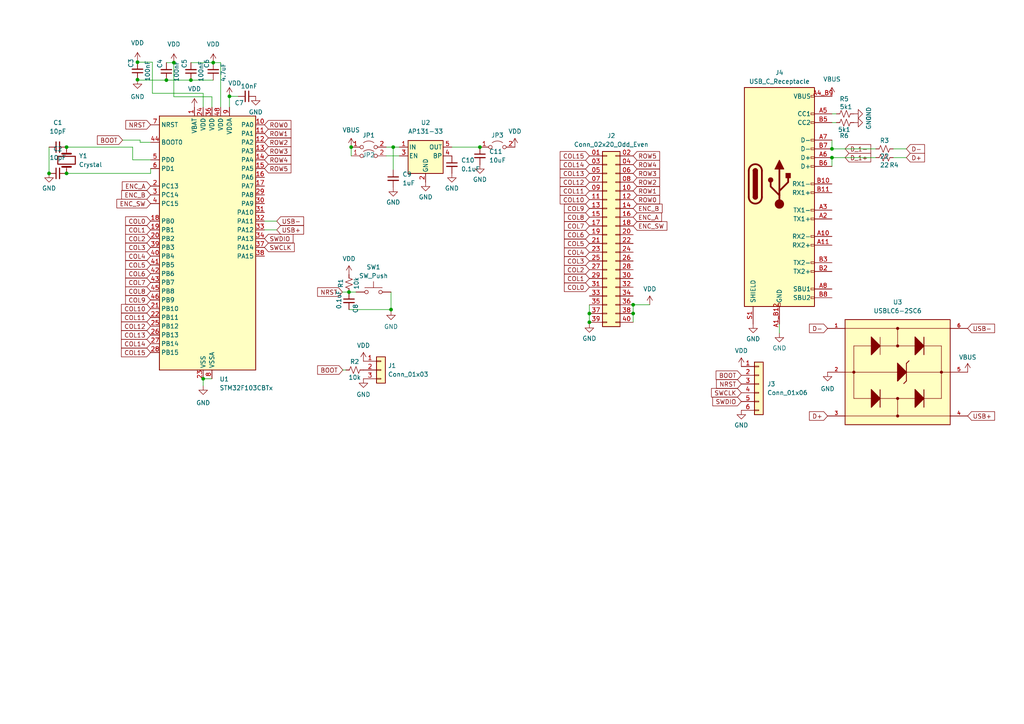
<source format=kicad_sch>
(kicad_sch (version 20250114) (generator "eeschema") (generator_version "9.0")
  (paper "A4")
  (lib_symbols
    (symbol "Connector:USB_C_Receptacle" (pin_names (offset 1.016))
      (property "Reference" "J2" (at 0 32.258 0))
      (property "Value" "USB_C_Receptacle" (at 0 29.718 0))
      (symbol "USB_C_Receptacle_0_0"
        (rectangle (start -0.254 -35.56) (end 0.254 -34.544))
        (rectangle (start 10.16 25.654) (end 9.144 25.146))
        (rectangle (start 10.16 20.574) (end 9.144 20.066))
        (rectangle (start 10.16 18.034) (end 9.144 17.526))
        (rectangle (start 10.16 12.954) (end 9.144 12.446))
        (rectangle (start 10.16 10.414) (end 9.144 9.906))
        (rectangle (start 10.16 7.874) (end 9.144 7.366))
        (rectangle (start 10.16 5.334) (end 9.144 4.826))
        (rectangle (start 10.16 0.254) (end 9.144 -0.254))
        (rectangle (start 10.16 -2.286) (end 9.144 -2.794))
        (rectangle (start 10.16 -7.366) (end 9.144 -7.874))
        (rectangle (start 10.16 -9.906) (end 9.144 -10.414))
        (rectangle (start 10.16 -14.986) (end 9.144 -15.494))
        (rectangle (start 10.16 -17.526) (end 9.144 -18.034))
        (rectangle (start 10.16 -22.606) (end 9.144 -23.114))
        (rectangle (start 10.16 -25.146) (end 9.144 -25.654))
        (rectangle (start 10.16 -30.226) (end 9.144 -30.734))
        (rectangle (start 10.16 -32.766) (end 9.144 -33.274))
      )
      (symbol "USB_C_Receptacle_0_1"
        (rectangle (start -10.16 27.94) (end 10.16 -35.56) (stroke (width 0.254)) (fill (type background)))
        (polyline (pts (xy -8.89 -3.81) (xy -8.89 3.81)) (stroke (width 0.508)))
        (rectangle (start -7.62 -3.81) (end -6.35 3.81) (stroke (width 0.254)) (fill (type outline)))
        (arc (start -7.62 3.81) (mid -6.985 4.4423) (end -6.35 3.81) (stroke (width 0.254)))
        (arc (start -7.62 3.81) (mid -6.985 4.4423) (end -6.35 3.81) (stroke (width 0.254)) (fill (type outline)))
        (arc (start -8.89 3.81) (mid -6.985 5.7067) (end -5.08 3.81) (stroke (width 0.508)))
        (arc (start -5.08 -3.81) (mid -6.985 -5.7067) (end -8.89 -3.81) (stroke (width 0.508)))
        (arc (start -6.35 -3.81) (mid -6.985 -4.4423) (end -7.62 -3.81) (stroke (width 0.254)))
        (arc (start -6.35 -3.81) (mid -6.985 -4.4423) (end -7.62 -3.81) (stroke (width 0.254)) (fill (type outline)))
        (polyline (pts (xy -5.08 3.81) (xy -5.08 -3.81)) (stroke (width 0.508)))
      )
      (symbol "USB_C_Receptacle_1_1"
        (circle (center -2.54 1.143) (radius 0.635) (stroke (width 0.254)) (fill (type outline)))
        (polyline (pts (xy -1.27 4.318) (xy 0 6.858) (xy 1.27 4.318) (xy -1.27 4.318)) (stroke (width 0.254)) (fill (type outline)))
        (polyline (pts (xy 0 -2.032) (xy 2.54 0.508) (xy 2.54 1.778)) (stroke (width 0.508)))
        (polyline (pts (xy 0 -3.302) (xy -2.54 -0.762) (xy -2.54 0.508)) (stroke (width 0.508)))
        (polyline (pts (xy 0 -5.842) (xy 0 4.318)) (stroke (width 0.508)))
        (circle (center 0 -5.842) (radius 1.27) (fill (type outline)))
        (rectangle (start 1.905 1.778) (end 3.175 3.048) (stroke (width 0.254)) (fill (type outline)))
        (pin passive line (at -7.62 -40.64 90) (length 5.08) (name "SHIELD") (number "S1"))
        (pin passive line (at 0 -40.64 90) (length 5.08) (name "GND") (number "A1_B12"))
        (pin passive line (at 0 -40.64 90) (length 5.08) (hide yes) (name "GND") (number "B1_A12"))
        (pin passive line (at 14.986 23.368 180) (length 5.08) (hide yes) (name "VBUS") (number "A9"))
        (pin passive line (at 15.24 27.686 180) (length 5.08) (hide yes) (name "VBUS") (number "B4"))
        (pin passive line (at 15.24 25.4 180) (length 5.08) (name "VBUS") (number "A4_B9"))
        (pin passive line (at 15.24 25.4 180) (length 5.08) (hide yes) (name "VBUS") (number "B4_A9"))
        (pin bidirectional line (at 15.24 20.32 180) (length 5.08) (name "CC1") (number "A5"))
        (pin bidirectional line (at 15.24 17.78 180) (length 5.08) (name "CC2") (number "B5"))
        (pin bidirectional line (at 15.24 12.7 180) (length 5.08) (name "D-") (number "A7"))
        (pin bidirectional line (at 15.24 10.16 180) (length 5.08) (name "D-") (number "B7"))
        (pin bidirectional line (at 15.24 7.62 180) (length 5.08) (name "D+") (number "A6"))
        (pin bidirectional line (at 15.24 5.08 180) (length 5.08) (name "D+") (number "B6"))
        (pin bidirectional line (at 15.24 0 180) (length 5.08) (name "RX1-") (number "B10"))
        (pin bidirectional line (at 15.24 -2.54 180) (length 5.08) (name "RX1+") (number "B11"))
        (pin bidirectional line (at 15.24 -7.62 180) (length 5.08) (name "TX1-") (number "A3"))
        (pin bidirectional line (at 15.24 -10.16 180) (length 5.08) (name "TX1+") (number "A2"))
        (pin bidirectional line (at 15.24 -15.24 180) (length 5.08) (name "RX2-") (number "A10"))
        (pin bidirectional line (at 15.24 -17.78 180) (length 5.08) (name "RX2+") (number "A11"))
        (pin bidirectional line (at 15.24 -22.86 180) (length 5.08) (name "TX2-") (number "B3"))
        (pin bidirectional line (at 15.24 -25.4 180) (length 5.08) (name "TX2+") (number "B2"))
        (pin bidirectional line (at 15.24 -30.48 180) (length 5.08) (name "SBU1") (number "A8"))
        (pin bidirectional line (at 15.24 -33.02 180) (length 5.08) (name "SBU2") (number "B8"))
      )
    )
    (symbol "Connector_Generic:Conn_01x03" (pin_names (offset 1.016) (hide yes))
      (property "Reference" "J" (at 0 5.08 0))
      (property "Value" "Conn_01x03" (at 0 -5.08 0))
      (symbol "Conn_01x03_1_1"
        (rectangle (start -1.27 3.81) (end 1.27 -3.81) (stroke (width 0.254)) (fill (type background)))
        (rectangle (start -1.27 2.667) (end 0 2.413) (stroke (width 0.1524)))
        (rectangle (start -1.27 0.127) (end 0 -0.127) (stroke (width 0.1524)))
        (rectangle (start -1.27 -2.413) (end 0 -2.667) (stroke (width 0.1524)))
        (pin passive line (at -5.08 2.54 0) (length 3.81) (name "Pin_1") (number "1"))
        (pin passive line (at -5.08 0 0) (length 3.81) (name "Pin_2") (number "2"))
        (pin passive line (at -5.08 -2.54 0) (length 3.81) (name "Pin_3") (number "3"))
      )
    )
    (symbol "Connector_Generic:Conn_01x06" (pin_names (offset 1.016) (hide yes))
      (property "Reference" "J" (at 0 7.62 0))
      (property "Value" "Conn_01x06" (at 0 -10.16 0))
      (symbol "Conn_01x06_1_1"
        (rectangle (start -1.27 6.35) (end 1.27 -8.89) (stroke (width 0.254)) (fill (type background)))
        (rectangle (start -1.27 5.207) (end 0 4.953) (stroke (width 0.1524)))
        (rectangle (start -1.27 2.667) (end 0 2.413) (stroke (width 0.1524)))
        (rectangle (start -1.27 0.127) (end 0 -0.127) (stroke (width 0.1524)))
        (rectangle (start -1.27 -2.413) (end 0 -2.667) (stroke (width 0.1524)))
        (rectangle (start -1.27 -4.953) (end 0 -5.207) (stroke (width 0.1524)))
        (rectangle (start -1.27 -7.493) (end 0 -7.747) (stroke (width 0.1524)))
        (pin passive line (at -5.08 5.08 0) (length 3.81) (name "Pin_1") (number "1"))
        (pin passive line (at -5.08 2.54 0) (length 3.81) (name "Pin_2") (number "2"))
        (pin passive line (at -5.08 0 0) (length 3.81) (name "Pin_3") (number "3"))
        (pin passive line (at -5.08 -2.54 0) (length 3.81) (name "Pin_4") (number "4"))
        (pin passive line (at -5.08 -5.08 0) (length 3.81) (name "Pin_5") (number "5"))
        (pin passive line (at -5.08 -7.62 0) (length 3.81) (name "Pin_6") (number "6"))
      )
    )
    (symbol "Connector_Generic:Conn_02x20_Odd_Even" (pin_names (offset 1.016) (hide yes))
      (property "Reference" "J1" (at 1.27 28.702 0))
      (property "Value" "Conn_02x20_Odd_Even" (at 1.27 26.162 0))
      (symbol "Conn_02x20_Odd_Even_1_1"
        (rectangle (start -1.27 24.13) (end 3.81 -26.67) (stroke (width 0.254)) (fill (type background)))
        (rectangle (start -1.27 22.987) (end 0 22.733) (stroke (width 0.1524)))
        (rectangle (start -1.27 20.447) (end 0 20.193) (stroke (width 0.1524)))
        (rectangle (start -1.27 17.907) (end 0 17.653) (stroke (width 0.1524)))
        (rectangle (start -1.27 15.367) (end 0 15.113) (stroke (width 0.1524)))
        (rectangle (start -1.27 12.827) (end 0 12.573) (stroke (width 0.1524)))
        (rectangle (start -1.27 10.287) (end 0 10.033) (stroke (width 0.1524)))
        (rectangle (start -1.27 7.747) (end 0 7.493) (stroke (width 0.1524)))
        (rectangle (start -1.27 5.207) (end 0 4.953) (stroke (width 0.1524)))
        (rectangle (start -1.27 2.667) (end 0 2.413) (stroke (width 0.1524)))
        (rectangle (start -1.27 0.127) (end 0 -0.127) (stroke (width 0.1524)))
        (rectangle (start -1.27 -2.413) (end 0 -2.667) (stroke (width 0.1524)))
        (rectangle (start -1.27 -4.953) (end 0 -5.207) (stroke (width 0.1524)))
        (rectangle (start -1.27 -7.493) (end 0 -7.747) (stroke (width 0.1524)))
        (rectangle (start -1.27 -10.033) (end 0 -10.287) (stroke (width 0.1524)))
        (rectangle (start -1.27 -12.573) (end 0 -12.827) (stroke (width 0.1524)))
        (rectangle (start -1.27 -15.113) (end 0 -15.367) (stroke (width 0.1524)))
        (rectangle (start -1.27 -17.653) (end 0 -17.907) (stroke (width 0.1524)))
        (rectangle (start -1.27 -20.193) (end 0 -20.447) (stroke (width 0.1524)))
        (rectangle (start -1.27 -22.733) (end 0 -22.987) (stroke (width 0.1524)))
        (rectangle (start -1.27 -25.273) (end 0 -25.527) (stroke (width 0.1524)))
        (rectangle (start 3.81 22.987) (end 2.54 22.733) (stroke (width 0.1524)))
        (rectangle (start 3.81 20.447) (end 2.54 20.193) (stroke (width 0.1524)))
        (rectangle (start 3.81 17.907) (end 2.54 17.653) (stroke (width 0.1524)))
        (rectangle (start 3.81 15.367) (end 2.54 15.113) (stroke (width 0.1524)))
        (rectangle (start 3.81 12.827) (end 2.54 12.573) (stroke (width 0.1524)))
        (rectangle (start 3.81 10.287) (end 2.54 10.033) (stroke (width 0.1524)))
        (rectangle (start 3.81 7.747) (end 2.54 7.493) (stroke (width 0.1524)))
        (rectangle (start 3.81 5.207) (end 2.54 4.953) (stroke (width 0.1524)))
        (rectangle (start 3.81 2.667) (end 2.54 2.413) (stroke (width 0.1524)))
        (rectangle (start 3.81 0.127) (end 2.54 -0.127) (stroke (width 0.1524)))
        (rectangle (start 3.81 -2.413) (end 2.54 -2.667) (stroke (width 0.1524)))
        (rectangle (start 3.81 -4.953) (end 2.54 -5.207) (stroke (width 0.1524)))
        (rectangle (start 3.81 -7.493) (end 2.54 -7.747) (stroke (width 0.1524)))
        (rectangle (start 3.81 -10.033) (end 2.54 -10.287) (stroke (width 0.1524)))
        (rectangle (start 3.81 -12.573) (end 2.54 -12.827) (stroke (width 0.1524)))
        (rectangle (start 3.81 -15.113) (end 2.54 -15.367) (stroke (width 0.1524)))
        (rectangle (start 3.81 -17.653) (end 2.54 -17.907) (stroke (width 0.1524)))
        (rectangle (start 3.81 -20.193) (end 2.54 -20.447) (stroke (width 0.1524)))
        (rectangle (start 3.81 -22.733) (end 2.54 -22.987) (stroke (width 0.1524)))
        (rectangle (start 3.81 -25.273) (end 2.54 -25.527) (stroke (width 0.1524)))
        (pin passive line (at -5.08 22.86 0) (length 3.81) (name "Pin_1") (number "01"))
        (pin passive line (at -5.08 20.32 0) (length 3.81) (name "Pin_3") (number "03"))
        (pin passive line (at -5.08 17.78 0) (length 3.81) (name "Pin_5") (number "05"))
        (pin passive line (at -5.08 15.24 0) (length 3.81) (name "Pin_7") (number "07"))
        (pin passive line (at -5.08 12.7 0) (length 3.81) (name "Pin_9") (number "09"))
        (pin passive line (at -5.08 10.16 0) (length 3.81) (name "Pin_11") (number "11"))
        (pin passive line (at -5.08 7.62 0) (length 3.81) (name "Pin_13") (number "13"))
        (pin passive line (at -5.08 5.08 0) (length 3.81) (name "Pin_15") (number "15"))
        (pin passive line (at -5.08 2.54 0) (length 3.81) (name "Pin_17") (number "17"))
        (pin passive line (at -5.08 0 0) (length 3.81) (name "Pin_19") (number "19"))
        (pin passive line (at -5.08 -2.54 0) (length 3.81) (name "Pin_21") (number "21"))
        (pin passive line (at -5.08 -5.08 0) (length 3.81) (name "Pin_23") (number "23"))
        (pin passive line (at -5.08 -7.62 0) (length 3.81) (name "Pin_25") (number "25"))
        (pin passive line (at -5.08 -10.16 0) (length 3.81) (name "Pin_27") (number "27"))
        (pin passive line (at -5.08 -12.7 0) (length 3.81) (name "Pin_29") (number "29"))
        (pin passive line (at -5.08 -15.24 0) (length 3.81) (name "Pin_31") (number "31"))
        (pin passive line (at -5.08 -17.78 0) (length 3.81) (name "Pin_33") (number "33"))
        (pin passive line (at -5.08 -20.32 0) (length 3.81) (name "Pin_35") (number "35"))
        (pin passive line (at -5.08 -22.86 0) (length 3.81) (name "Pin_37") (number "37"))
        (pin passive line (at -5.08 -25.4 0) (length 3.81) (name "Pin_39") (number "39"))
        (pin passive line (at 7.62 22.86 180) (length 3.81) (name "Pin_2") (number "02"))
        (pin passive line (at 7.62 20.32 180) (length 3.81) (name "Pin_4") (number "04"))
        (pin passive line (at 7.62 17.78 180) (length 3.81) (name "Pin_6") (number "06"))
        (pin passive line (at 7.62 15.24 180) (length 3.81) (name "Pin_8") (number "08"))
        (pin passive line (at 7.62 12.7 180) (length 3.81) (name "Pin_10") (number "10"))
        (pin passive line (at 7.62 10.16 180) (length 3.81) (name "Pin_12") (number "12"))
        (pin passive line (at 7.62 7.62 180) (length 3.81) (name "Pin_14") (number "14"))
        (pin passive line (at 7.62 5.08 180) (length 3.81) (name "Pin_16") (number "16"))
        (pin passive line (at 7.62 2.54 180) (length 3.81) (name "Pin_18") (number "18"))
        (pin passive line (at 7.62 0 180) (length 3.81) (name "Pin_20") (number "20"))
        (pin passive line (at 7.62 -2.54 180) (length 3.81) (name "Pin_22") (number "22"))
        (pin passive line (at 7.62 -5.08 180) (length 3.81) (name "Pin_24") (number "24"))
        (pin passive line (at 7.62 -7.62 180) (length 3.81) (name "Pin_26") (number "26"))
        (pin passive line (at 7.62 -10.16 180) (length 3.81) (name "Pin_28") (number "28"))
        (pin passive line (at 7.62 -12.7 180) (length 3.81) (name "Pin_30") (number "30"))
        (pin passive line (at 7.62 -15.24 180) (length 3.81) (name "Pin_32") (number "32"))
        (pin passive line (at 7.62 -17.78 180) (length 3.81) (name "Pin_34") (number "34"))
        (pin passive line (at 7.62 -20.32 180) (length 3.81) (name "Pin_36") (number "36"))
        (pin passive line (at 7.62 -22.86 180) (length 3.81) (name "Pin_38") (number "38"))
        (pin passive line (at 7.62 -25.4 180) (length 3.81) (name "Pin_40") (number "40"))
      )
    )
    (symbol "Device:C_Small" (pin_numbers (hide yes)) (pin_names (offset 0.254) (hide yes))
      (property "Reference" "C" (at 0.254 1.778 0))
      (property "Value" "C_Small" (at 0.254 -2.032 0))
      (symbol "C_Small_0_1"
        (polyline (pts (xy -1.524 0.508) (xy 1.524 0.508)) (stroke (width 0.3048)))
        (polyline (pts (xy -1.524 -0.508) (xy 1.524 -0.508)) (stroke (width 0.3302)))
      )
      (symbol "C_Small_1_1"
        (pin passive line (at 0 2.54 270) (length 2.032) (name "~") (number "1"))
        (pin passive line (at 0 -2.54 90) (length 2.032) (name "~") (number "2"))
      )
    )
    (symbol "Device:Crystal" (pin_numbers (hide yes)) (pin_names (offset 1.016) (hide yes))
      (property "Reference" "Y" (at 0 3.81 0))
      (property "Value" "Crystal" (at 0 -3.81 0))
      (symbol "Crystal_0_1"
        (polyline (pts (xy -2.54 0) (xy -1.905 0)))
        (polyline (pts (xy -1.905 -1.27) (xy -1.905 1.27)) (stroke (width 0.508)))
        (rectangle (start -1.143 2.54) (end 1.143 -2.54) (stroke (width 0.3048)))
        (polyline (pts (xy 1.905 -1.27) (xy 1.905 1.27)) (stroke (width 0.508)))
        (polyline (pts (xy 2.54 0) (xy 1.905 0)))
      )
      (symbol "Crystal_1_1"
        (pin passive line (at -3.81 0 0) (length 1.27) (name "1") (number "1"))
        (pin passive line (at 3.81 0 180) (length 1.27) (name "2") (number "2"))
      )
    )
    (symbol "Device:R_Small_US" (pin_numbers (hide yes)) (pin_names (offset 0.254) (hide yes))
      (property "Reference" "R" (at 0.762 0.508 0))
      (property "Value" "R_Small_US" (at 0.762 -1.016 0))
      (symbol "R_Small_US_1_1"
        (polyline (pts (xy 0 1.524) (xy 1.016 1.143) (xy 0 0.762) (xy -1.016 0.381) (xy 0 0)))
        (polyline (pts (xy 0 0) (xy 1.016 -0.381) (xy 0 -0.762) (xy -1.016 -1.143) (xy 0 -1.524)))
        (pin passive line (at 0 2.54 270) (length 1.016) (name "~") (number "1"))
        (pin passive line (at 0 -2.54 90) (length 1.016) (name "~") (number "2"))
      )
    )
    (symbol "Jumper:Jumper_2_Open" (pin_names (offset 0) (hide yes))
      (property "Reference" "JP" (at 0 2.794 0))
      (property "Value" "Jumper_2_Open" (at 0 -2.286 0))
      (symbol "Jumper_2_Open_0_0"
        (circle (center -2.032 0) (radius 0.508))
        (circle (center 2.032 0) (radius 0.508))
      )
      (symbol "Jumper_2_Open_0_1"
        (arc (start -1.524 1.27) (mid 0 1.778) (end 1.524 1.27))
      )
      (symbol "Jumper_2_Open_1_1"
        (pin passive line (at -5.08 0 0) (length 2.54) (name "A") (number "1"))
        (pin passive line (at 5.08 0 180) (length 2.54) (name "B") (number "2"))
      )
    )
    (symbol "Keyboard:USBLC6-2SC6" (pin_names (offset 1.016))
      (property "Reference" "U" (at -15.2693 17.8093 0))
      (property "Value" "USBLC6-2SC6" (at -15.2559 -17.7959 0))
      (symbol "USBLC6-2SC6_0_0"
        (polyline (pts (xy -15.24 12.7) (xy 15.24 12.7)) (stroke (width 0.1524)))
        (polyline (pts (xy -15.24 -12.7) (xy 15.24 -12.7)) (stroke (width 0.1524)))
        (rectangle (start -15.24 -15.24) (end 15.24 15.24) (stroke (width 0.254)) (fill (type background)))
        (polyline (pts (xy -12.7 7.62) (xy -12.7 0)) (stroke (width 0.1524)))
        (polyline (pts (xy -12.7 7.62) (xy -7.62 7.62)) (stroke (width 0.1524)))
        (circle (center -12.7 0) (radius 0.254) (stroke (width 0.381)))
        (polyline (pts (xy -12.7 0) (xy -15.24 0)) (stroke (width 0.1524)))
        (polyline (pts (xy -12.7 0) (xy -12.7 -7.62)) (stroke (width 0.1524)))
        (polyline (pts (xy -12.7 0) (xy 0 0)) (stroke (width 0.1524)))
        (polyline (pts (xy -12.7 -7.62) (xy -7.62 -7.62)) (stroke (width 0.1524)))
        (polyline (pts (xy -7.62 10.16) (xy -5.08 7.62)) (stroke (width 0.254)))
        (polyline (pts (xy -7.62 10.16) (xy -7.62 5.08) (xy -5.08 7.62) (xy -7.62 10.16)) (stroke (width 0.254)) (fill (type outline)))
        (polyline (pts (xy -7.62 7.62) (xy -7.62 10.16)) (stroke (width 0.254)))
        (polyline (pts (xy -7.62 5.08) (xy -7.62 7.62)) (stroke (width 0.254)))
        (polyline (pts (xy -7.62 -5.08) (xy -5.08 -7.62)) (stroke (width 0.254)))
        (polyline (pts (xy -7.62 -5.08) (xy -7.62 -10.16) (xy -5.08 -7.62) (xy -7.62 -5.08)) (stroke (width 0.254)) (fill (type outline)))
        (polyline (pts (xy -7.62 -7.62) (xy -7.62 -5.08)) (stroke (width 0.254)))
        (polyline (pts (xy -7.62 -10.16) (xy -7.62 -7.62)) (stroke (width 0.254)))
        (polyline (pts (xy -5.08 10.16) (xy -5.08 7.62)) (stroke (width 0.1524)))
        (polyline (pts (xy -5.08 7.62) (xy -7.62 5.08)) (stroke (width 0.254)))
        (polyline (pts (xy -5.08 7.62) (xy -5.08 5.08)) (stroke (width 0.1524)))
        (polyline (pts (xy -5.08 7.62) (xy 0 7.62)) (stroke (width 0.1524)))
        (polyline (pts (xy -5.08 -5.08) (xy -5.08 -7.62)) (stroke (width 0.254)))
        (polyline (pts (xy -5.08 -7.62) (xy -7.62 -10.16)) (stroke (width 0.254)))
        (polyline (pts (xy -5.08 -7.62) (xy -5.08 -10.16)) (stroke (width 0.254)))
        (polyline (pts (xy -5.08 -7.62) (xy 0 -7.62)) (stroke (width 0.1524)))
        (circle (center 0 12.7) (radius 0.254) (stroke (width 0.381)))
        (circle (center 0 7.62) (radius 0.254) (stroke (width 0.381)))
        (polyline (pts (xy 0 7.62) (xy 0 12.7)) (stroke (width 0.1524)))
        (polyline (pts (xy 0 7.62) (xy 5.08 7.62)) (stroke (width 0.1524)))
        (polyline (pts (xy 0 2.54) (xy 2.54 0)) (stroke (width 0.254)))
        (polyline (pts (xy 0 2.54) (xy 0 -2.54) (xy 2.54 0) (xy 0 2.54)) (stroke (width 0.254)) (fill (type outline)))
        (polyline (pts (xy 0 0) (xy 0 2.54)) (stroke (width 0.254)))
        (polyline (pts (xy 0 -2.54) (xy 0 0)) (stroke (width 0.254)))
        (polyline (pts (xy 0 -7.62) (xy 0 -12.7)) (stroke (width 0.1524)))
        (polyline (pts (xy 0 -7.62) (xy 5.08 -7.62)) (stroke (width 0.1524)))
        (circle (center 0 -7.62) (radius 0.254) (stroke (width 0.381)))
        (circle (center 0 -12.7) (radius 0.254) (stroke (width 0.381)))
        (polyline (pts (xy 2.54 2.54) (xy 2.54 -2.54)) (stroke (width 0.254)))
        (polyline (pts (xy 2.54 2.54) (xy 3.302 3.302)) (stroke (width 0.254)))
        (polyline (pts (xy 2.54 0) (xy 0 -2.54)) (stroke (width 0.254)))
        (polyline (pts (xy 2.54 0) (xy 12.7 0)) (stroke (width 0.1524)))
        (polyline (pts (xy 2.54 -2.54) (xy 1.778 -3.302)) (stroke (width 0.254)))
        (polyline (pts (xy 5.08 10.16) (xy 7.62 7.62)) (stroke (width 0.254)))
        (polyline (pts (xy 5.08 10.16) (xy 5.08 5.08) (xy 7.62 7.62) (xy 5.08 10.16)) (stroke (width 0.254)) (fill (type outline)))
        (polyline (pts (xy 5.08 7.62) (xy 5.08 10.16)) (stroke (width 0.254)))
        (polyline (pts (xy 5.08 5.08) (xy 5.08 7.62)) (stroke (width 0.254)))
        (polyline (pts (xy 5.08 -5.08) (xy 7.62 -7.62)) (stroke (width 0.254)))
        (polyline (pts (xy 5.08 -5.08) (xy 5.08 -10.16) (xy 7.62 -7.62) (xy 5.08 -5.08)) (stroke (width 0.254)) (fill (type outline)))
        (polyline (pts (xy 5.08 -7.62) (xy 5.08 -5.08)) (stroke (width 0.254)))
        (polyline (pts (xy 5.08 -10.16) (xy 5.08 -7.62)) (stroke (width 0.254)))
        (polyline (pts (xy 7.62 10.16) (xy 7.62 7.62)) (stroke (width 0.254)))
        (polyline (pts (xy 7.62 7.62) (xy 5.08 5.08)) (stroke (width 0.254)))
        (polyline (pts (xy 7.62 7.62) (xy 7.62 5.08)) (stroke (width 0.254)))
        (polyline (pts (xy 7.62 7.62) (xy 12.7 7.62)) (stroke (width 0.1524)))
        (polyline (pts (xy 7.62 -5.08) (xy 7.62 -7.62)) (stroke (width 0.254)))
        (polyline (pts (xy 7.62 -7.62) (xy 5.08 -10.16)) (stroke (width 0.254)))
        (polyline (pts (xy 7.62 -7.62) (xy 7.62 -10.16)) (stroke (width 0.254)))
        (polyline (pts (xy 7.62 -7.62) (xy 12.7 -7.62)) (stroke (width 0.1524)))
        (polyline (pts (xy 12.7 7.62) (xy 12.7 0)) (stroke (width 0.1524)))
        (polyline (pts (xy 12.7 0) (xy 12.7 -7.62)) (stroke (width 0.1524)))
        (polyline (pts (xy 12.7 0) (xy 15.24 0)) (stroke (width 0.1524)))
        (circle (center 12.7 0) (radius 0.254) (stroke (width 0.381)))
        (pin bidirectional line (at -20.32 12.7 0) (length 5.08) (name "~") (number "1"))
        (pin power_in line (at -20.32 0 0) (length 5.08) (name "~") (number "2"))
        (pin bidirectional line (at -20.32 -12.7 0) (length 5.08) (name "~") (number "3"))
        (pin bidirectional line (at 20.32 12.7 180) (length 5.08) (name "~") (number "6"))
        (pin power_in line (at 20.32 0 180) (length 5.08) (name "~") (number "5"))
        (pin bidirectional line (at 20.32 -12.7 180) (length 5.08) (name "~") (number "4"))
      )
    )
    (symbol "MCU_ST_STM32F1:STM32F103CBTx"
      (property "Reference" "U" (at -12.7 39.37 0))
      (property "Value" "STM32F103CBTx" (at 10.16 39.37 0))
      (symbol "STM32F103CBTx_0_1"
        (rectangle (start -12.7 -35.56) (end 15.24 38.1) (stroke (width 0.254)) (fill (type background)))
      )
      (symbol "STM32F103CBTx_1_1"
        (pin input line (at -15.24 35.56 0) (length 2.54) (name "NRST") (number "7"))
        (pin input line (at -15.24 30.48 0) (length 2.54) (name "BOOT0") (number "44"))
        (pin bidirectional line (at -15.24 25.4 0) (length 2.54) (name "PD0") (number "5"))
        (pin bidirectional line (at -15.24 22.86 0) (length 2.54) (name "PD1") (number "6"))
        (pin bidirectional line (at -15.24 17.78 0) (length 2.54) (name "PC13") (number "2"))
        (pin bidirectional line (at -15.24 15.24 0) (length 2.54) (name "PC14") (number "3"))
        (pin bidirectional line (at -15.24 12.7 0) (length 2.54) (name "PC15") (number "4"))
        (pin bidirectional line (at -15.24 7.62 0) (length 2.54) (name "PB0") (number "18"))
        (pin bidirectional line (at -15.24 5.08 0) (length 2.54) (name "PB1") (number "19"))
        (pin bidirectional line (at -15.24 2.54 0) (length 2.54) (name "PB2") (number "20"))
        (pin bidirectional line (at -15.24 0 0) (length 2.54) (name "PB3") (number "39"))
        (pin bidirectional line (at -15.24 -2.54 0) (length 2.54) (name "PB4") (number "40"))
        (pin bidirectional line (at -15.24 -5.08 0) (length 2.54) (name "PB5") (number "41"))
        (pin bidirectional line (at -15.24 -7.62 0) (length 2.54) (name "PB6") (number "42"))
        (pin bidirectional line (at -15.24 -10.16 0) (length 2.54) (name "PB7") (number "43"))
        (pin bidirectional line (at -15.24 -12.7 0) (length 2.54) (name "PB8") (number "45"))
        (pin bidirectional line (at -15.24 -15.24 0) (length 2.54) (name "PB9") (number "46"))
        (pin bidirectional line (at -15.24 -17.78 0) (length 2.54) (name "PB10") (number "21"))
        (pin bidirectional line (at -15.24 -20.32 0) (length 2.54) (name "PB11") (number "22"))
        (pin bidirectional line (at -15.24 -22.86 0) (length 2.54) (name "PB12") (number "25"))
        (pin bidirectional line (at -15.24 -25.4 0) (length 2.54) (name "PB13") (number "26"))
        (pin bidirectional line (at -15.24 -27.94 0) (length 2.54) (name "PB14") (number "27"))
        (pin bidirectional line (at -15.24 -30.48 0) (length 2.54) (name "PB15") (number "28"))
        (pin power_in line (at -2.54 40.64 270) (length 2.54) (name "VBAT") (number "1"))
        (pin power_in line (at 0 40.64 270) (length 2.54) (name "VDD") (number "24"))
        (pin power_in line (at 0 -38.1 90) (length 2.54) (name "VSS") (number "23"))
        (pin passive line (at 0 -38.1 90) (length 2.54) (hide yes) (name "VSS") (number "35"))
        (pin passive line (at 0 -38.1 90) (length 2.54) (hide yes) (name "VSS") (number "47"))
        (pin power_in line (at 2.54 40.64 270) (length 2.54) (name "VDD") (number "36"))
        (pin power_in line (at 2.54 -38.1 90) (length 2.54) (name "VSSA") (number "8"))
        (pin power_in line (at 5.08 40.64 270) (length 2.54) (name "VDD") (number "48"))
        (pin power_in line (at 7.62 40.64 270) (length 2.54) (name "VDDA") (number "9"))
        (pin bidirectional line (at 17.78 35.56 180) (length 2.54) (name "PA0") (number "10"))
        (pin bidirectional line (at 17.78 33.02 180) (length 2.54) (name "PA1") (number "11"))
        (pin bidirectional line (at 17.78 30.48 180) (length 2.54) (name "PA2") (number "12"))
        (pin bidirectional line (at 17.78 27.94 180) (length 2.54) (name "PA3") (number "13"))
        (pin bidirectional line (at 17.78 25.4 180) (length 2.54) (name "PA4") (number "14"))
        (pin bidirectional line (at 17.78 22.86 180) (length 2.54) (name "PA5") (number "15"))
        (pin bidirectional line (at 17.78 20.32 180) (length 2.54) (name "PA6") (number "16"))
        (pin bidirectional line (at 17.78 17.78 180) (length 2.54) (name "PA7") (number "17"))
        (pin bidirectional line (at 17.78 15.24 180) (length 2.54) (name "PA8") (number "29"))
        (pin bidirectional line (at 17.78 12.7 180) (length 2.54) (name "PA9") (number "30"))
        (pin bidirectional line (at 17.78 10.16 180) (length 2.54) (name "PA10") (number "31"))
        (pin bidirectional line (at 17.78 7.62 180) (length 2.54) (name "PA11") (number "32"))
        (pin bidirectional line (at 17.78 5.08 180) (length 2.54) (name "PA12") (number "33"))
        (pin bidirectional line (at 17.78 2.54 180) (length 2.54) (name "PA13") (number "34"))
        (pin bidirectional line (at 17.78 0 180) (length 2.54) (name "PA14") (number "37"))
        (pin bidirectional line (at 17.78 -2.54 180) (length 2.54) (name "PA15") (number "38"))
      )
    )
    (symbol "Regulator_Linear:AP131-33" (pin_names (offset 0.254))
      (property "Reference" "U" (at -3.81 5.715 0))
      (property "Value" "AP131-33" (at 0 5.715 0))
      (symbol "AP131-33_0_1"
        (rectangle (start -5.08 4.445) (end 5.08 -5.08) (stroke (width 0.254)) (fill (type background)))
      )
      (symbol "AP131-33_1_1"
        (pin power_in line (at -7.62 2.54 0) (length 2.54) (name "IN") (number "1"))
        (pin input line (at -7.62 0 0) (length 2.54) (name "EN") (number "3"))
        (pin power_in line (at 0 -7.62 90) (length 2.54) (name "GND") (number "2"))
        (pin power_out line (at 7.62 2.54 180) (length 2.54) (name "OUT") (number "5"))
        (pin input line (at 7.62 0 180) (length 2.54) (name "BP") (number "4"))
      )
    )
    (symbol "Switch:SW_Push" (pin_numbers (hide yes)) (pin_names (offset 1.016) (hide yes))
      (property "Reference" "SW" (at 1.27 2.54 0))
      (property "Value" "SW_Push" (at 0 -1.524 0))
      (symbol "SW_Push_0_1"
        (circle (center -2.032 0) (radius 0.508))
        (polyline (pts (xy 0 1.27) (xy 0 3.048)))
        (circle (center 2.032 0) (radius 0.508))
        (polyline (pts (xy 2.54 1.27) (xy -2.54 1.27)))
        (pin passive line (at -5.08 0 0) (length 2.54) (name "1") (number "1"))
        (pin passive line (at 5.08 0 180) (length 2.54) (name "2") (number "2"))
      )
    )
    (symbol "power:GND" (power) (pin_names (offset 0))
      (property "Value" "GND" (at 0 -3.81 0))
      (symbol "GND_0_1"
        (polyline (pts (xy 0 0) (xy 0 -1.27) (xy 1.27 -1.27) (xy 0 -2.54) (xy -1.27 -1.27) (xy 0 -1.27)))
      )
      (symbol "GND_1_1"
        (pin power_in line (at 0 0 270) (length 0) (hide yes) (name "GND") (number "1"))
      )
    )
    (symbol "power:VBUS" (power) (pin_names (offset 0))
      (property "Value" "VBUS" (at 0 3.81 0))
      (symbol "VBUS_0_1"
        (polyline (pts (xy -0.762 1.27) (xy 0 2.54)))
        (polyline (pts (xy 0 2.54) (xy 0.762 1.27)))
        (polyline (pts (xy 0 0) (xy 0 2.54)))
      )
      (symbol "VBUS_1_1"
        (pin power_in line (at 0 0 90) (length 0) (hide yes) (name "VBUS") (number "1"))
      )
    )
    (symbol "power:VDD" (power) (pin_names (offset 0))
      (property "Value" "VDD" (at 0 3.81 0))
      (symbol "VDD_0_1"
        (polyline (pts (xy -0.762 1.27) (xy 0 2.54)))
        (polyline (pts (xy 0 2.54) (xy 0.762 1.27)))
        (polyline (pts (xy 0 0) (xy 0 2.54)))
      )
      (symbol "VDD_1_1"
        (pin power_in line (at 0 0 90) (length 0) (hide yes) (name "VDD") (number "1"))
      )
    )
  )
  (junction (at 66.548 27.94))
  (junction (at 61.849 18.161))
  (junction (at 170.942 90.932))
  (junction (at 14.224 50.292))
  (junction (at 101.219 84.709))
  (junction (at 114.046 42.672))
  (junction (at 48.26 23.241))
  (junction (at 183.642 88.392))
  (junction (at 39.878 18.034))
  (junction (at 39.878 23.114))
  (junction (at 50.419 18.161))
  (junction (at 113.411 89.789))
  (junction (at 139.192 42.672))
  (junction (at 241.3 45.72))
  (junction (at 19.304 42.672))
  (junction (at 101.854 42.672))
  (junction (at 55.372 23.241))
  (junction (at 241.3 43.18))
  (junction (at 183.642 90.932))
  (junction (at 170.942 93.472))
  (junction (at 19.304 50.292))
  (junction (at 58.928 109.855))
  (wire (pts (xy 131.064 42.672) (xy 139.192 42.672)))
  (wire (pts (xy 61.849 23.241) (xy 55.372 23.241)))
  (wire (pts (xy 183.642 90.932) (xy 183.642 93.472)))
  (wire (pts (xy 48.26 23.241) (xy 39.878 23.241)))
  (wire (pts (xy 50.419 28.067) (xy 50.419 18.161)))
  (wire (pts (xy 226.06 96.647) (xy 226.06 93.98)))
  (wire (pts (xy 43.688 46.355) (xy 38.481 46.355)))
  (wire (pts (xy 114.046 42.672) (xy 115.824 42.672)))
  (wire (pts (xy 61.849 18.161) (xy 55.372 18.161)))
  (wire (pts (xy 39.878 23.114) (xy 39.878 23.241)))
  (wire (pts (xy 101.219 89.789) (xy 113.411 89.789)))
  (wire (pts (xy 64.008 31.115) (xy 64.008 18.161)))
  (wire (pts (xy 19.177 50.292) (xy 19.304 50.292)))
  (wire (pts (xy 40.64 40.64) (xy 40.64 41.275)))
  (wire (pts (xy 99.441 107.315) (xy 100.33 107.315)))
  (wire (pts (xy 170.942 88.392) (xy 170.942 90.932)))
  (wire (pts (xy 39.878 18.034) (xy 39.878 17.78)))
  (wire (pts (xy 112.014 45.212) (xy 115.824 45.212)))
  (wire (pts (xy 14.224 50.292) (xy 14.224 50.419)))
  (wire (pts (xy 19.304 50.292) (xy 43.688 50.292)))
  (wire (pts (xy 61.468 109.855) (xy 58.928 109.855)))
  (wire (pts (xy 242.57 33.02) (xy 241.3 33.02)))
  (wire (pts (xy 40.64 41.275) (xy 43.688 41.275)))
  (wire (pts (xy 112.014 42.672) (xy 114.046 42.672)))
  (wire (pts (xy 254 45.72) (xy 241.3 45.72)))
  (wire (pts (xy 64.008 18.161) (xy 61.849 18.161)))
  (wire (pts (xy 66.548 27.94) (xy 69.088 27.94)))
  (wire (pts (xy 55.372 23.241) (xy 48.26 23.241)))
  (wire (pts (xy 113.411 84.709) (xy 113.411 89.789)))
  (wire (pts (xy 101.219 84.709) (xy 103.251 84.709)))
  (wire (pts (xy 101.854 42.672) (xy 101.854 45.212)))
  (wire (pts (xy 183.642 88.392) (xy 183.642 90.932)))
  (wire (pts (xy 61.468 28.067) (xy 50.419 28.067)))
  (wire (pts (xy 113.411 89.789) (xy 113.411 90.17)))
  (wire (pts (xy 76.708 64.135) (xy 80.264 64.135)))
  (wire (pts (xy 19.304 42.672) (xy 19.177 42.672)))
  (wire (pts (xy 170.942 90.932) (xy 170.942 93.472)))
  (wire (pts (xy 170.942 93.472) (xy 170.942 93.853)))
  (wire (pts (xy 259.08 45.72) (xy 262.89 45.72)))
  (wire (pts (xy 76.708 66.675) (xy 80.264 66.675)))
  (wire (pts (xy 241.3 35.56) (xy 242.57 35.56)))
  (wire (pts (xy 40.64 40.64) (xy 35.56 40.64)))
  (wire (pts (xy 61.468 31.115) (xy 61.468 28.067)))
  (wire (pts (xy 38.481 42.672) (xy 19.304 42.672)))
  (wire (pts (xy 44.196 27.051) (xy 44.196 18.034)))
  (wire (pts (xy 259.08 43.18) (xy 262.89 43.18)))
  (wire (pts (xy 183.642 88.392) (xy 188.468 88.392)))
  (wire (pts (xy 66.548 31.115) (xy 66.548 27.94)))
  (wire (pts (xy 38.481 46.355) (xy 38.481 42.672)))
  (wire (pts (xy 43.688 48.895) (xy 43.688 50.292)))
  (wire (pts (xy 58.928 27.051) (xy 44.196 27.051)))
  (wire (pts (xy 241.3 40.64) (xy 241.3 43.18)))
  (wire (pts (xy 14.224 42.672) (xy 14.224 50.292)))
  (wire (pts (xy 241.3 45.72) (xy 241.3 48.26)))
  (wire (pts (xy 254 43.18) (xy 241.3 43.18)))
  (wire (pts (xy 44.196 18.034) (xy 39.878 18.034)))
  (wire (pts (xy 58.928 31.115) (xy 58.928 27.051)))
  (wire (pts (xy 99.314 84.709) (xy 101.219 84.709)))
  (wire (pts (xy 114.046 42.672) (xy 114.046 49.276)))
  (wire (pts (xy 50.419 18.161) (xy 48.26 18.161)))
  (wire (pts (xy 58.928 109.855) (xy 58.928 111.887)))
  (global_label "BOOT" (shape input) (at 99.441 107.315 180) (property "Intersheetrefs" "${INTERSHEET_REFS}" (effects (hide yes))))
  (global_label "D-" (shape input) (at 240.03 95.25 180) (property "Intersheetrefs" "${INTERSHEET_REFS}" (effects (hide yes))))
  (global_label "COL2" (shape input) (at 43.688 69.215 180) (property "Intersheetrefs" "${INTERSHEET_REFS}" (effects (hide yes))))
  (global_label "ROW0" (shape input) (at 76.708 36.195 0) (property "Intersheetrefs" "${INTERSHEET_REFS}" (effects (hide yes))))
  (global_label "ROW5" (shape input) (at 76.708 48.895 0) (property "Intersheetrefs" "${INTERSHEET_REFS}" (effects (hide yes))))
  (global_label "COL7" (shape input) (at 43.688 81.915 180) (property "Intersheetrefs" "${INTERSHEET_REFS}" (effects (hide yes))))
  (global_label "D-" (shape input) (at 262.89 43.18 0) (property "Intersheetrefs" "${INTERSHEET_REFS}" (effects (hide yes))))
  (global_label "SWDIO" (shape input) (at 76.708 69.215 0) (property "Intersheetrefs" "${INTERSHEET_REFS}" (effects (hide yes))))
  (global_label "SWCLK" (shape input) (at 76.708 71.755 0) (property "Intersheetrefs" "${INTERSHEET_REFS}" (effects (hide yes))))
  (global_label "NRST" (shape input) (at 99.314 84.709 180) (property "Intersheetrefs" "${INTERSHEET_REFS}" (effects (hide yes))))
  (global_label "D_1+" (shape input) (at 245.11 45.72 0) (property "Intersheetrefs" "${INTERSHEET_REFS}" (effects (hide yes))))
  (global_label "ROW3" (shape input) (at 76.708 43.815 0) (property "Intersheetrefs" "${INTERSHEET_REFS}" (effects (hide yes))))
  (global_label "COL4" (shape input) (at 43.688 74.295 180) (property "Intersheetrefs" "${INTERSHEET_REFS}" (effects (hide yes))))
  (global_label "COL15" (shape input) (at 170.942 45.212 180) (property "Intersheetrefs" "${INTERSHEET_REFS}" (effects (hide yes))))
  (global_label "ROW4" (shape input) (at 76.708 46.355 0) (property "Intersheetrefs" "${INTERSHEET_REFS}" (effects (hide yes))))
  (global_label "NRST" (shape input) (at 43.688 36.195 180) (property "Intersheetrefs" "${INTERSHEET_REFS}" (effects (hide yes))))
  (global_label "ENC_A" (shape input) (at 43.688 53.975 180) (property "Intersheetrefs" "${INTERSHEET_REFS}" (effects (hide yes))))
  (global_label "SWDIO" (shape input) (at 215.011 116.459 180) (property "Intersheetrefs" "${INTERSHEET_REFS}" (effects (hide yes))))
  (global_label "BOOT" (shape input) (at 215.011 108.839 180) (property "Intersheetrefs" "${INTERSHEET_REFS}" (effects (hide yes))))
  (global_label "COL12" (shape input) (at 170.942 52.832 180) (property "Intersheetrefs" "${INTERSHEET_REFS}" (effects (hide yes))))
  (global_label "ENC_B" (shape input) (at 183.642 60.452 0) (property "Intersheetrefs" "${INTERSHEET_REFS}" (effects (hide yes))))
  (global_label "ROW1" (shape input) (at 76.708 38.735 0) (property "Intersheetrefs" "${INTERSHEET_REFS}" (effects (hide yes))))
  (global_label "COL2" (shape input) (at 170.942 78.232 180) (property "Intersheetrefs" "${INTERSHEET_REFS}" (effects (hide yes))))
  (global_label "COL11" (shape input) (at 43.688 92.075 180) (property "Intersheetrefs" "${INTERSHEET_REFS}" (effects (hide yes))))
  (global_label "COL3" (shape input) (at 43.688 71.755 180) (property "Intersheetrefs" "${INTERSHEET_REFS}" (effects (hide yes))))
  (global_label "COL13" (shape input) (at 170.942 50.292 180) (property "Intersheetrefs" "${INTERSHEET_REFS}" (effects (hide yes))))
  (global_label "ENC_SW" (shape input) (at 183.642 65.532 0) (property "Intersheetrefs" "${INTERSHEET_REFS}" (effects (hide yes))))
  (global_label "COL0" (shape input) (at 170.942 83.312 180) (property "Intersheetrefs" "${INTERSHEET_REFS}" (effects (hide yes))))
  (global_label "ENC_B" (shape input) (at 43.688 56.515 180) (property "Intersheetrefs" "${INTERSHEET_REFS}" (effects (hide yes))))
  (global_label "COL14" (shape input) (at 43.688 99.695 180) (property "Intersheetrefs" "${INTERSHEET_REFS}" (effects (hide yes))))
  (global_label "COL10" (shape input) (at 170.942 57.912 180) (property "Intersheetrefs" "${INTERSHEET_REFS}" (effects (hide yes))))
  (global_label "D+" (shape input) (at 262.89 45.72 0) (property "Intersheetrefs" "${INTERSHEET_REFS}" (effects (hide yes))))
  (global_label "D_1-" (shape input) (at 245.11 43.18 0) (property "Intersheetrefs" "${INTERSHEET_REFS}" (effects (hide yes))))
  (global_label "COL4" (shape input) (at 170.942 73.152 180) (property "Intersheetrefs" "${INTERSHEET_REFS}" (effects (hide yes))))
  (global_label "COL14" (shape input) (at 170.942 47.752 180) (property "Intersheetrefs" "${INTERSHEET_REFS}" (effects (hide yes))))
  (global_label "COL8" (shape input) (at 43.688 84.455 180) (property "Intersheetrefs" "${INTERSHEET_REFS}" (effects (hide yes))))
  (global_label "USB-" (shape input) (at 280.67 95.25 0) (property "Intersheetrefs" "${INTERSHEET_REFS}" (effects (hide yes))))
  (global_label "ENC_A" (shape input) (at 183.642 62.992 0) (property "Intersheetrefs" "${INTERSHEET_REFS}" (effects (hide yes))))
  (global_label "COL13" (shape input) (at 43.688 97.155 180) (property "Intersheetrefs" "${INTERSHEET_REFS}" (effects (hide yes))))
  (global_label "ROW2" (shape input) (at 76.708 41.275 0) (property "Intersheetrefs" "${INTERSHEET_REFS}" (effects (hide yes))))
  (global_label "COL9" (shape input) (at 170.942 60.452 180) (property "Intersheetrefs" "${INTERSHEET_REFS}" (effects (hide yes))))
  (global_label "COL9" (shape input) (at 43.688 86.995 180) (property "Intersheetrefs" "${INTERSHEET_REFS}" (effects (hide yes))))
  (global_label "USB+" (shape input) (at 280.67 120.65 0) (property "Intersheetrefs" "${INTERSHEET_REFS}" (effects (hide yes))))
  (global_label "ROW1" (shape input) (at 183.642 55.372 0) (property "Intersheetrefs" "${INTERSHEET_REFS}" (effects (hide yes))))
  (global_label "COL11" (shape input) (at 170.942 55.372 180) (property "Intersheetrefs" "${INTERSHEET_REFS}" (effects (hide yes))))
  (global_label "COL1" (shape input) (at 170.942 80.772 180) (property "Intersheetrefs" "${INTERSHEET_REFS}" (effects (hide yes))))
  (global_label "ROW0" (shape input) (at 183.642 57.912 0) (property "Intersheetrefs" "${INTERSHEET_REFS}" (effects (hide yes))))
  (global_label "COL0" (shape input) (at 43.688 64.135 180) (property "Intersheetrefs" "${INTERSHEET_REFS}" (effects (hide yes))))
  (global_label "COL15" (shape input) (at 43.688 102.235 180) (property "Intersheetrefs" "${INTERSHEET_REFS}" (effects (hide yes))))
  (global_label "NRST" (shape input) (at 215.011 111.379 180) (property "Intersheetrefs" "${INTERSHEET_REFS}" (effects (hide yes))))
  (global_label "COL1" (shape input) (at 43.688 66.675 180) (property "Intersheetrefs" "${INTERSHEET_REFS}" (effects (hide yes))))
  (global_label "COL7" (shape input) (at 170.942 65.532 180) (property "Intersheetrefs" "${INTERSHEET_REFS}" (effects (hide yes))))
  (global_label "COL8" (shape input) (at 170.942 62.992 180) (property "Intersheetrefs" "${INTERSHEET_REFS}" (effects (hide yes))))
  (global_label "COL10" (shape input) (at 43.688 89.535 180) (property "Intersheetrefs" "${INTERSHEET_REFS}" (effects (hide yes))))
  (global_label "SWCLK" (shape input) (at 215.011 113.919 180) (property "Intersheetrefs" "${INTERSHEET_REFS}" (effects (hide yes))))
  (global_label "COL6" (shape input) (at 43.688 79.375 180) (property "Intersheetrefs" "${INTERSHEET_REFS}" (effects (hide yes))))
  (global_label "D+" (shape input) (at 240.03 120.65 180) (property "Intersheetrefs" "${INTERSHEET_REFS}" (effects (hide yes))))
  (global_label "ROW3" (shape input) (at 183.642 50.292 0) (property "Intersheetrefs" "${INTERSHEET_REFS}" (effects (hide yes))))
  (global_label "COL12" (shape input) (at 43.688 94.615 180) (property "Intersheetrefs" "${INTERSHEET_REFS}" (effects (hide yes))))
  (global_label "COL5" (shape input) (at 43.688 76.835 180) (property "Intersheetrefs" "${INTERSHEET_REFS}" (effects (hide yes))))
  (global_label "ROW5" (shape input) (at 183.642 45.212 0) (property "Intersheetrefs" "${INTERSHEET_REFS}" (effects (hide yes))))
  (global_label "USB+" (shape input) (at 80.264 66.675 0) (property "Intersheetrefs" "${INTERSHEET_REFS}" (effects (hide yes))))
  (global_label "BOOT" (shape input) (at 35.56 40.64 180) (property "Intersheetrefs" "${INTERSHEET_REFS}" (effects (hide yes))))
  (global_label "ROW2" (shape input) (at 183.642 52.832 0) (property "Intersheetrefs" "${INTERSHEET_REFS}" (effects (hide yes))))
  (global_label "COL5" (shape input) (at 170.942 70.612 180) (property "Intersheetrefs" "${INTERSHEET_REFS}" (effects (hide yes))))
  (global_label "USB-" (shape input) (at 80.264 64.135 0) (property "Intersheetrefs" "${INTERSHEET_REFS}" (effects (hide yes))))
  (global_label "ENC_SW" (shape input) (at 43.688 59.055 180) (property "Intersheetrefs" "${INTERSHEET_REFS}" (effects (hide yes))))
  (global_label "COL3" (shape input) (at 170.942 75.692 180) (property "Intersheetrefs" "${INTERSHEET_REFS}" (effects (hide yes))))
  (global_label "ROW4" (shape input) (at 183.642 47.752 0) (property "Intersheetrefs" "${INTERSHEET_REFS}" (effects (hide yes))))
  (global_label "COL6" (shape input) (at 170.942 68.072 180) (property "Intersheetrefs" "${INTERSHEET_REFS}" (effects (hide yes))))
  (symbol (lib_id "Device:C_Small") (at 101.219 87.249 0) (unit 1)
    (property "Reference" "C8" (at 103.124 88.138 90) (effects (justify right)))
    (property "Value" "0.1uF" (at 98.298 84.201 90) (effects (justify right)))
    (property "Footprint" "Capacitor_SMD:C_0805_2012Metric_Pad1.18x1.45mm_HandSolder" (effects (hide yes)))
  )
  (symbol (lib_id "power:GND") (at 218.44 93.98 0) (unit 1)
    (property "Reference" "#PWR024" (effects (hide yes)))
    (property "Value" "GND" (at 218.44 98.298 0))
  )
  (symbol (lib_id "Device:Crystal") (at 19.304 46.482 90) (unit 1)
    (property "Reference" "Y1" (at 22.86 45.212 90) (effects (justify right)))
    (property "Value" "Crystal" (at 22.86 47.752 90) (effects (justify right)))
    (property "Footprint" "Controller:XTAL_ABM3-8.000MHZ-D2Y-T_ABR" (effects (hide yes)))
    (property "DigikeyPN" "535-10630-2-ND" (effects (hide yes)))
  )
  (symbol (lib_id "power:GND") (at 105.41 109.855 0) (unit 1)
    (property "Reference" "#PWR013" (effects (hide yes)))
    (property "Value" "GND" (at 105.41 114.427 0))
  )
  (symbol (lib_id "Device:C_Small") (at 71.628 27.94 270) (unit 1)
    (property "Reference" "C7" (at 70.739 29.845 90) (effects (justify right)))
    (property "Value" "10nF" (at 74.676 25.019 90) (effects (justify right)))
    (property "Footprint" "Capacitor_SMD:C_0805_2012Metric_Pad1.18x1.45mm_HandSolder" (effects (hide yes)))
  )
  (symbol (lib_id "Device:C_Small") (at 16.764 42.672 90) (unit 1)
    (property "Reference" "C1" (at 16.7703 35.56 90))
    (property "Value" "10pF" (at 16.7703 38.1 90))
    (property "Footprint" "Capacitor_SMD:C_0805_2012Metric_Pad1.18x1.45mm_HandSolder" (effects (hide yes)))
  )
  (symbol (lib_id "Device:C_Small") (at 16.764 50.292 90) (unit 1)
    (property "Reference" "C2" (at 16.7703 43.18 90))
    (property "Value" "10pF" (at 16.7703 45.72 90))
    (property "Footprint" "Capacitor_SMD:C_0805_2012Metric_Pad1.18x1.45mm_HandSolder" (effects (hide yes)))
  )
  (symbol (lib_id "Connector:USB_C_Receptacle") (at 226.06 53.34 0) (unit 1)
    (property "Reference" "J4" (at 226.06 21.082 0))
    (property "Value" "USB_C_Receptacle" (at 226.06 23.622 0))
    (property "Footprint" "Controller:AMPHENOL_12402012E212A" (effects (hide yes)))
    (property "Datasheet" "https://www.usb.org/sites/default/files/documents/usb_type-c.zip" (effects (hide yes)))
    (property "DigikeyPN" "664-12402012E212ATR-ND" (effects (hide yes)))
  )
  (symbol (lib_id "power:GND") (at 247.65 33.02 90) (unit 1)
    (property "Reference" "#PWR028" (effects (hide yes)))
    (property "Value" "GND" (at 251.968 33.02 0))
  )
  (symbol (lib_id "power:GND") (at 139.192 47.752 0) (unit 1)
    (property "Reference" "#PWR018" (effects (hide yes)))
    (property "Value" "GND" (at 139.192 52.07 0))
  )
  (symbol (lib_id "Device:C_Small") (at 139.192 45.212 0) (unit 1)
    (property "Reference" "C11" (at 141.859 43.9483 0) (effects (justify left)))
    (property "Value" "10uF" (at 141.859 46.4883 0) (effects (justify left)))
    (property "Footprint" "Capacitor_SMD:C_0805_2012Metric_Pad1.18x1.45mm_HandSolder" (effects (hide yes)))
  )
  (symbol (lib_id "power:GND") (at 131.064 50.292 0) (unit 1)
    (property "Reference" "#PWR017" (effects (hide yes)))
    (property "Value" "GND" (at 131.064 54.61 0))
  )
  (symbol (lib_id "power:GND") (at 240.03 107.95 0) (unit 1)
    (property "Reference" "#PWR026" (effects (hide yes)))
    (property "Value" "GND" (at 240.03 112.776 0))
  )
  (symbol (lib_id "Device:C_Small") (at 39.878 20.574 180) (unit 1)
    (property "Reference" "C3" (at 37.973 19.685 90) (effects (justify right)))
    (property "Value" "100nF" (at 42.799 23.622 90) (effects (justify right)))
    (property "Footprint" "Capacitor_SMD:C_0805_2012Metric_Pad1.18x1.45mm_HandSolder" (effects (hide yes)))
  )
  (symbol (lib_id "power:VDD") (at 215.011 106.299 0) (unit 1)
    (property "Reference" "#PWR022" (effects (hide yes)))
    (property "Value" "VDD" (at 215.011 101.727 0))
  )
  (symbol (lib_id "power:VDD") (at 188.468 88.392 0) (unit 1)
    (property "Reference" "#PWR021" (effects (hide yes)))
    (property "Value" "VDD" (at 188.468 83.82 0))
  )
  (symbol (lib_id "power:GND") (at 39.878 23.114 0) (unit 1)
    (property "Reference" "#PWR03" (effects (hide yes)))
    (property "Value" "GND" (at 39.878 28.067 0))
  )
  (symbol (lib_id "power:GND") (at 215.011 118.999 0) (unit 1)
    (property "Reference" "#PWR023" (effects (hide yes)))
    (property "Value" "GND" (at 215.011 123.317 0))
  )
  (symbol (lib_id "power:VBUS") (at 101.854 42.672 0) (unit 1)
    (property "Reference" "#PWR011" (effects (hide yes)))
    (property "Value" "VBUS" (at 101.854 37.719 0))
  )
  (symbol (lib_id "power:VDD") (at 61.849 18.161 0) (unit 1)
    (property "Reference" "#PWR07" (effects (hide yes)))
    (property "Value" "VDD" (at 61.849 12.827 0))
  )
  (symbol (lib_id "Device:R_Small_US") (at 102.87 107.315 90) (unit 1)
    (property "Reference" "R2" (at 102.87 104.902 90))
    (property "Value" "10k" (at 102.87 109.474 90))
    (property "Footprint" "Resistor_SMD:R_0805_2012Metric_Pad1.20x1.40mm_HandSolder" (effects (hide yes)))
  )
  (symbol (lib_id "power:VDD") (at 105.41 104.775 0) (unit 1)
    (property "Reference" "#PWR012" (effects (hide yes)))
    (property "Value" "VDD" (at 105.41 100.203 0))
  )
  (symbol (lib_id "Keyboard:USBLC6-2SC6") (at 260.35 107.95 0) (unit 1)
    (property "Reference" "U3" (at 260.35 87.63 0))
    (property "Value" "USBLC6-2SC6" (at 260.35 90.17 0))
    (property "Footprint" "Controller:SOT95P280X145-6N" (effects (hide yes)))
    (property "Description" "17V Clamp 5A (8/20µs) Ipp Tvs Diode Surface Mount SOT-23-6" (effects (hide yes)))
    (property "MF" "STMicroelectronics" (effects (hide yes)))
    (property "PURCHASE-URL" "https://pricing.snapeda.com/search/part/USBLC6-2SC6/?ref=eda" (effects (hide yes)))
    (property "PACKAGE" "SOT-23-6 STMicroelectronics" (effects (hide yes)))
    (property "PRICE" "None" (effects (hide yes)))
    (property "MP" "USBLC6-2SC6" (effects (hide yes)))
    (property "AVAILABILITY" "In Stock" (effects (hide yes)))
  )
  (symbol (lib_id "power:VDD") (at 56.388 31.115 0) (unit 1)
    (property "Reference" "#PWR05" (effects (hide yes)))
    (property "Value" "VDD" (at 56.388 25.781 0))
  )
  (symbol (lib_id "power:GND") (at 123.444 52.832 0) (unit 1)
    (property "Reference" "#PWR016" (effects (hide yes)))
    (property "Value" "GND" (at 123.444 57.15 0))
  )
  (symbol (lib_id "power:GND") (at 113.411 90.17 0) (unit 1)
    (property "Reference" "#PWR014" (effects (hide yes)))
    (property "Value" "GND" (at 113.411 94.742 0))
  )
  (symbol (lib_id "Jumper:Jumper_2_Open") (at 144.272 42.672 0) (unit 1)
    (property "Reference" "JP3" (at 144.272 39.243 0))
    (property "Value" "Jumper_2_Open" (effects (hide yes)))
    (property "Footprint" "Connector_PinHeader_2.54mm:PinHeader_1x02_P2.54mm_Vertical" (effects (hide yes)))
  )
  (symbol (lib_id "Jumper:Jumper_2_Open") (at 106.934 45.212 0) (unit 1)
    (property "Reference" "JP2" (at 106.934 44.958 0))
    (property "Value" "Jumper_2_Open" (effects (hide yes)))
    (property "Footprint" "Connector_PinHeader_2.54mm:PinHeader_1x02_P2.54mm_Vertical" (effects (hide yes)))
  )
  (symbol (lib_id "power:VDD") (at 66.548 27.94 0) (unit 1)
    (property "Reference" "#PWR08" (effects (hide yes)))
    (property "Value" "VDD" (at 68.072 24.13 0))
  )
  (symbol (lib_id "Connector_Generic:Conn_01x03") (at 110.49 107.315 0) (unit 1)
    (property "Reference" "J1" (at 112.522 106.045 0) (effects (justify left)))
    (property "Value" "Conn_01x03" (at 112.522 108.585 0) (effects (justify left)))
    (property "Footprint" "Connector_PinHeader_2.54mm:PinHeader_1x03_P2.54mm_Vertical" (effects (hide yes)))
  )
  (symbol (lib_id "power:GND") (at 58.928 111.887 0) (unit 1)
    (property "Reference" "#PWR06" (effects (hide yes)))
    (property "Value" "GND" (at 58.928 116.84 0))
  )
  (symbol (lib_id "Device:C_Small") (at 114.046 51.816 0) (unit 1)
    (property "Reference" "C9" (at 116.713 50.5523 0) (effects (justify left)))
    (property "Value" "1uF" (at 116.713 53.0923 0) (effects (justify left)))
    (property "Footprint" "Capacitor_SMD:C_0805_2012Metric_Pad1.18x1.45mm_HandSolder" (effects (hide yes)))
  )
  (symbol (lib_id "Jumper:Jumper_2_Open") (at 106.934 42.672 0) (unit 1)
    (property "Reference" "JP1" (at 106.934 39.243 0))
    (property "Value" "Jumper_2_Open" (effects (hide yes)))
    (property "Footprint" "Connector_PinHeader_2.54mm:PinHeader_1x02_P2.54mm_Vertical" (effects (hide yes)))
  )
  (symbol (lib_id "power:GND") (at 74.168 27.94 0) (unit 1)
    (property "Reference" "#PWR09" (effects (hide yes)))
    (property "Value" "GND" (at 74.168 32.512 0))
  )
  (symbol (lib_id "Regulator_Linear:AP131-33") (at 123.444 45.212 0) (unit 1)
    (property "Reference" "U2" (at 123.444 35.56 0))
    (property "Value" "AP131-33" (at 123.444 38.1 0))
    (property "Footprint" "Package_TO_SOT_SMD:SOT-23-5" (effects (hide yes)))
    (property "Datasheet" "http://www.diodes.com/_files/datasheets/AP131.pdf" (effects (hide yes)))
  )
  (symbol (lib_id "power:VDD") (at 50.419 18.161 0) (unit 1)
    (property "Reference" "#PWR04" (effects (hide yes)))
    (property "Value" "VDD" (at 50.419 12.827 0))
  )
  (symbol (lib_id "power:GND") (at 14.224 50.292 0) (unit 1)
    (property "Reference" "#PWR01" (effects (hide yes)))
    (property "Value" "GND" (at 14.224 54.61 0))
  )
  (symbol (lib_id "Device:R_Small_US") (at 245.11 35.56 270) (unit 1)
    (property "Reference" "R6" (at 244.856 39.37 90))
    (property "Value" "5k1" (at 244.856 37.592 90))
    (property "Footprint" "Resistor_SMD:R_0805_2012Metric_Pad1.20x1.40mm_HandSolder" (effects (hide yes)))
  )
  (symbol (lib_id "Device:C_Small") (at 61.849 20.701 180) (unit 1)
    (property "Reference" "C6" (at 59.944 19.812 90) (effects (justify right)))
    (property "Value" "4.7uF" (at 64.77 23.749 90) (effects (justify right)))
    (property "Footprint" "Capacitor_SMD:C_0805_2012Metric_Pad1.18x1.45mm_HandSolder" (effects (hide yes)))
  )
  (symbol (lib_id "Device:R_Small_US") (at 101.219 82.169 180) (unit 1)
    (property "Reference" "R1" (at 98.806 82.169 90))
    (property "Value" "10k" (at 103.378 82.169 90))
    (property "Footprint" "Resistor_SMD:R_0805_2012Metric_Pad1.20x1.40mm_HandSolder" (effects (hide yes)))
  )
  (symbol (lib_id "power:VDD") (at 101.219 79.629 0) (unit 1)
    (property "Reference" "#PWR010" (effects (hide yes)))
    (property "Value" "VDD" (at 101.219 75.057 0))
  )
  (symbol (lib_id "power:GND") (at 247.65 35.56 90) (unit 1)
    (property "Reference" "#PWR029" (effects (hide yes)))
    (property "Value" "GND" (at 251.968 35.56 0))
  )
  (symbol (lib_id "power:VBUS") (at 280.67 107.95 0) (unit 1)
    (property "Reference" "#PWR030" (effects (hide yes)))
    (property "Value" "VBUS" (at 280.67 103.632 0))
  )
  (symbol (lib_id "Device:R_Small_US") (at 256.54 43.18 90) (unit 1)
    (property "Reference" "R3" (at 256.54 40.767 90))
    (property "Value" "22" (at 256.54 45.339 90))
    (property "Footprint" "Resistor_SMD:R_0805_2012Metric_Pad1.20x1.40mm_HandSolder" (effects (hide yes)))
  )
  (symbol (lib_id "power:GND") (at 170.942 93.853 0) (unit 1)
    (property "Reference" "#PWR020" (effects (hide yes)))
    (property "Value" "GND" (at 170.942 98.171 0))
  )
  (symbol (lib_id "MCU_ST_STM32F1:STM32F103CBTx") (at 58.928 71.755 0) (unit 1)
    (property "Reference" "U1" (at 63.6621 109.982 0) (effects (justify left)))
    (property "Value" "STM32F103CBTx" (at 63.6621 112.522 0) (effects (justify left)))
    (property "Footprint" "Package_QFP:LQFP-48_7x7mm_P0.5mm" (effects (hide yes)))
    (property "Datasheet" "https://www.st.com/resource/en/datasheet/stm32f103cb.pdf" (effects (hide yes)))
    (property "DigikeyPN" "497-17380-2-ND" (effects (hide yes)))
  )
  (symbol (lib_id "Connector_Generic:Conn_02x20_Odd_Even") (at 176.022 68.072 0) (unit 1)
    (property "Reference" "J2" (at 177.292 39.37 0))
    (property "Value" "Conn_02x20_Odd_Even" (at 177.292 41.91 0))
    (property "Footprint" "Controller:SAMTEC_ERM8-020-X-X-DV" (effects (hide yes)))
    (property "DigikeyPN" "SAM13720TR-ND" (effects (hide yes)))
  )
  (symbol (lib_id "Device:C_Small") (at 131.064 47.752 0) (unit 1)
    (property "Reference" "C10" (at 133.731 46.4883 0) (effects (justify left)))
    (property "Value" "0.1uF" (at 133.731 49.0283 0) (effects (justify left)))
    (property "Footprint" "Capacitor_SMD:C_0805_2012Metric_Pad1.18x1.45mm_HandSolder" (effects (hide yes)))
  )
  (symbol (lib_id "Device:R_Small_US") (at 245.11 33.02 90) (unit 1)
    (property "Reference" "R5" (at 244.856 28.702 90))
    (property "Value" "5k1" (at 245.364 30.988 90))
    (property "Footprint" "Resistor_SMD:R_0805_2012Metric_Pad1.20x1.40mm_HandSolder" (effects (hide yes)))
  )
  (symbol (lib_id "power:VDD") (at 39.878 17.78 0) (unit 1)
    (property "Reference" "#PWR02" (effects (hide yes)))
    (property "Value" "VDD" (at 39.878 12.446 0))
  )
  (symbol (lib_id "power:VDD") (at 149.352 42.672 0) (unit 1)
    (property "Reference" "#PWR019" (effects (hide yes)))
    (property "Value" "VDD" (at 149.352 38.1 0))
  )
  (symbol (lib_id "Connector_Generic:Conn_01x06") (at 220.091 111.379 0) (unit 1)
    (property "Reference" "J3" (at 222.504 111.379 0) (effects (justify left)))
    (property "Value" "Conn_01x06" (at 222.504 113.919 0) (effects (justify left)))
    (property "Footprint" "Connector_PinHeader_2.54mm:PinHeader_1x06_P2.54mm_Vertical" (effects (hide yes)))
  )
  (symbol (lib_id "power:VBUS") (at 241.3 27.94 0) (unit 1)
    (property "Reference" "#PWR027" (effects (hide yes)))
    (property "Value" "VBUS" (at 241.3 22.987 0))
  )
  (symbol (lib_id "Device:R_Small_US") (at 256.54 45.72 90) (unit 1)
    (property "Reference" "R4" (at 259.334 47.879 90))
    (property "Value" "22" (at 256.54 47.879 90))
    (property "Footprint" "Resistor_SMD:R_0805_2012Metric_Pad1.20x1.40mm_HandSolder" (effects (hide yes)))
  )
  (symbol (lib_id "Device:C_Small") (at 55.372 20.701 180) (unit 1)
    (property "Reference" "C5" (at 53.467 19.812 90) (effects (justify right)))
    (property "Value" "100nF" (at 58.293 23.749 90) (effects (justify right)))
    (property "Footprint" "Capacitor_SMD:C_0805_2012Metric_Pad1.18x1.45mm_HandSolder" (effects (hide yes)))
  )
  (symbol (lib_id "Switch:SW_Push") (at 108.331 84.709 0) (unit 1)
    (property "Reference" "SW1" (at 108.331 77.47 0))
    (property "Value" "SW_Push" (at 108.331 80.01 0))
    (property "Footprint" "Button_Switch_SMD:SW_SPST_B3SL-1002P" (effects (hide yes)))
    (property "DigikeyPN" "SW1064TR-ND" (effects (hide yes)))
  )
  (symbol (lib_id "power:GND") (at 226.06 96.647 0) (unit 1)
    (property "Reference" "#PWR025" (effects (hide yes)))
    (property "Value" "GND" (at 226.06 100.965 0))
  )
  (symbol (lib_id "Device:C_Small") (at 48.26 20.701 180) (unit 1)
    (property "Reference" "C4" (at 46.355 19.812 90) (effects (justify right)))
    (property "Value" "100nF" (at 51.181 23.749 90) (effects (justify right)))
    (property "Footprint" "Capacitor_SMD:C_0805_2012Metric_Pad1.18x1.45mm_HandSolder" (effects (hide yes)))
  )
  (symbol (lib_id "power:GND") (at 114.046 54.356 0) (unit 1)
    (property "Reference" "#PWR015" (effects (hide yes)))
    (property "Value" "GND" (at 114.046 58.674 0))
  )
)
</source>
